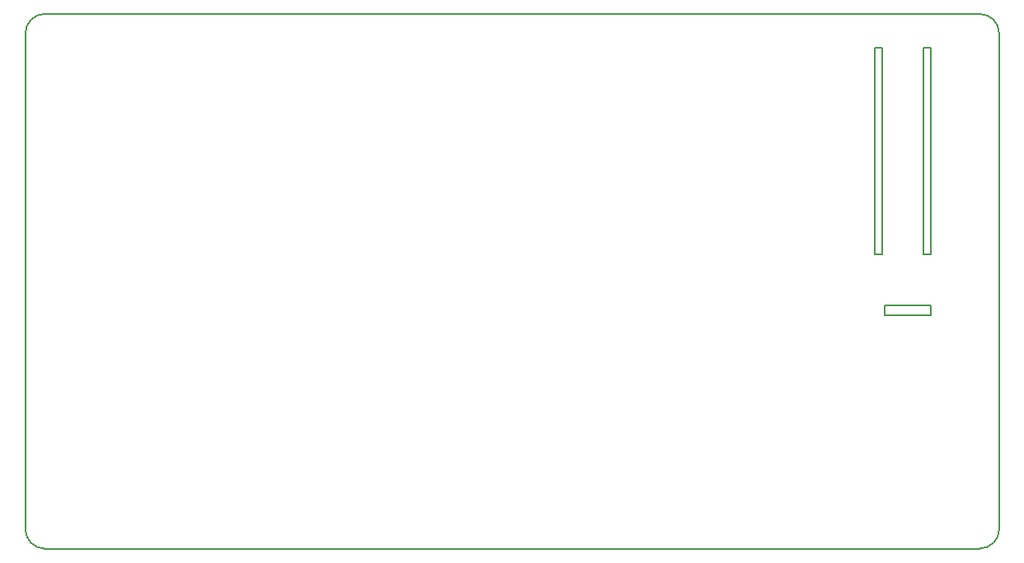
<source format=gbr>
G04 #@! TF.GenerationSoftware,KiCad,Pcbnew,(5.0.1)-3*
G04 #@! TF.CreationDate,2021-06-13T08:30:19+05:45*
G04 #@! TF.ProjectId,Logic-circuit,4C6F6769632D636972637569742E6B69,rev?*
G04 #@! TF.SameCoordinates,Original*
G04 #@! TF.FileFunction,Profile,NP*
%FSLAX46Y46*%
G04 Gerber Fmt 4.6, Leading zero omitted, Abs format (unit mm)*
G04 Created by KiCad (PCBNEW (5.0.1)-3) date 6/13/2021 8:30:19 AM*
%MOMM*%
%LPD*%
G01*
G04 APERTURE LIST*
%ADD10C,0.150000*%
%ADD11C,0.200000*%
G04 APERTURE END LIST*
D10*
X176250000Y-91000000D02*
X176250000Y-90000000D01*
X181000000Y-91000000D02*
X176250000Y-91000000D01*
X181000000Y-90000000D02*
X181000000Y-91000000D01*
X176250000Y-90000000D02*
X181000000Y-90000000D01*
D11*
X180250000Y-63500000D02*
X180250000Y-84750000D01*
D10*
X181000000Y-63500000D02*
X181000000Y-84750000D01*
X180250000Y-63500000D02*
X181000000Y-63500000D01*
X181000000Y-84750000D02*
X180250000Y-84750000D01*
X176000000Y-84750000D02*
X175250000Y-84750000D01*
X176000000Y-63500000D02*
X176000000Y-84750000D01*
X175250000Y-63500000D02*
X176000000Y-63500000D01*
D11*
X175250000Y-63500000D02*
X175250000Y-84750000D01*
D10*
X90000000Y-115000000D02*
G75*
G02X88000000Y-113000000I0J2000000D01*
G01*
X188000000Y-113000000D02*
G75*
G02X186000000Y-115000000I-2000000J0D01*
G01*
X186000000Y-60000000D02*
G75*
G02X188000000Y-62000000I0J-2000000D01*
G01*
X88000000Y-62000000D02*
G75*
G02X90000000Y-60000000I2000000J0D01*
G01*
D11*
X88000000Y-113000000D02*
X88000000Y-62000000D01*
X186000000Y-115000000D02*
X90000000Y-115000000D01*
X188000000Y-62000000D02*
X188000000Y-113000000D01*
X90000000Y-60000000D02*
X186000000Y-60000000D01*
M02*

</source>
